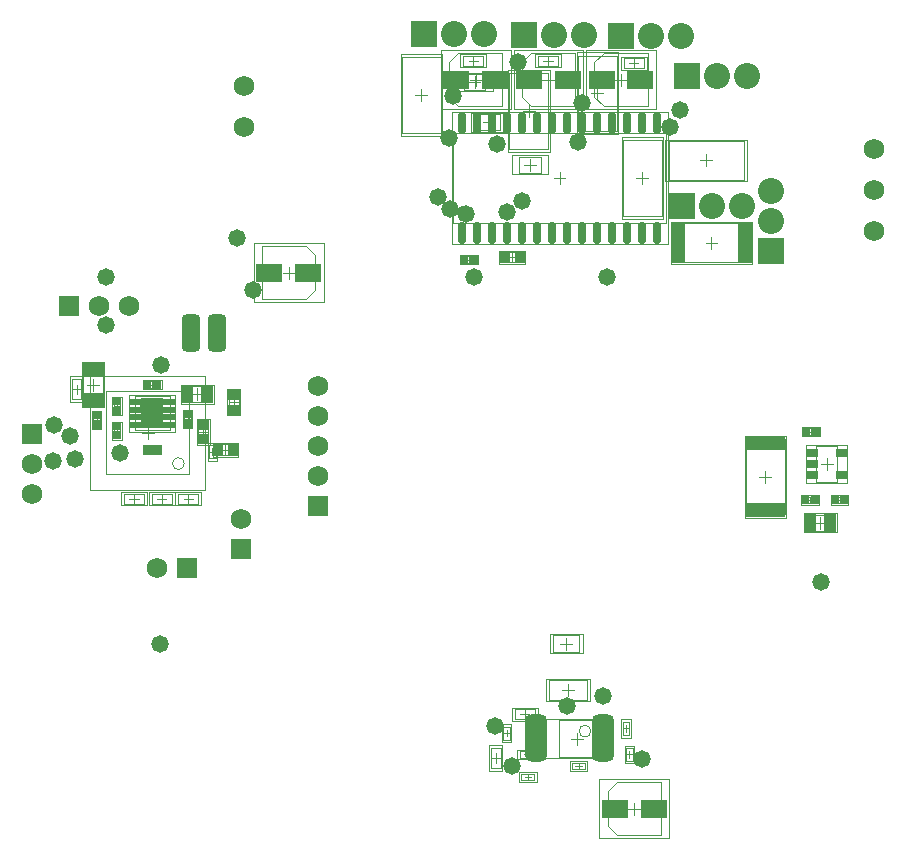
<source format=gts>
G04 Layer_Color=8388736*
%FSLAX43Y43*%
%MOMM*%
G71*
G01*
G75*
%ADD28C,0.100*%
%ADD29C,0.050*%
%ADD46R,1.853X2.603*%
%ADD47R,1.003X0.503*%
%ADD48R,0.653X0.703*%
%ADD49R,0.703X0.653*%
%ADD50R,0.903X1.053*%
%ADD51R,1.853X1.253*%
%ADD52R,0.743X0.723*%
%ADD53R,1.053X0.953*%
%ADD54R,1.103X1.553*%
G04:AMPARAMS|DCode=55|XSize=1.903mm|YSize=4.003mm|CornerRadius=0.527mm|HoleSize=0mm|Usage=FLASHONLY|Rotation=180.000|XOffset=0mm|YOffset=0mm|HoleType=Round|Shape=RoundedRectangle|*
%AMROUNDEDRECTD55*
21,1,1.903,2.950,0,0,180.0*
21,1,0.850,4.003,0,0,180.0*
1,1,1.053,-0.425,1.475*
1,1,1.053,0.425,1.475*
1,1,1.053,0.425,-1.475*
1,1,1.053,-0.425,-1.475*
%
%ADD55ROUNDEDRECTD55*%
%ADD56R,2.253X1.603*%
%ADD57R,0.953X1.053*%
%ADD58R,3.403X1.253*%
%ADD59R,1.253X3.403*%
G04:AMPARAMS|DCode=60|XSize=1.603mm|YSize=3.203mm|CornerRadius=0.452mm|HoleSize=0mm|Usage=FLASHONLY|Rotation=0.000|XOffset=0mm|YOffset=0mm|HoleType=Round|Shape=RoundedRectangle|*
%AMROUNDEDRECTD60*
21,1,1.603,2.300,0,0,0.0*
21,1,0.700,3.203,0,0,0.0*
1,1,0.903,0.350,-1.150*
1,1,0.903,-0.350,-1.150*
1,1,0.903,-0.350,1.150*
1,1,0.903,0.350,1.150*
%
%ADD60ROUNDEDRECTD60*%
%ADD61R,1.003X0.803*%
%ADD62O,0.753X1.903*%
%ADD63C,1.727*%
%ADD64R,1.727X1.727*%
%ADD65R,1.727X1.727*%
%ADD66C,2.203*%
%ADD67R,2.203X2.203*%
%ADD68R,2.203X2.203*%
%ADD69C,1.473*%
D28*
X77562Y120250D02*
G03*
X77562Y120250I-500J0D01*
G01*
X104438Y136754D02*
G03*
X104438Y136754I-500J0D01*
G01*
X80313Y115454D02*
G03*
X80313Y115454I-500J0D01*
G01*
X114738Y92804D02*
G03*
X114738Y92804I-500J0D01*
G01*
X76162Y118250D02*
X79062D01*
X76162Y121150D02*
X79062D01*
Y118250D02*
Y121150D01*
X76162Y118250D02*
Y121150D01*
X74325Y119777D02*
X74875D01*
X74325Y120877D02*
X74875D01*
Y119777D02*
Y120877D01*
X74325Y119777D02*
Y120877D01*
X72625Y118577D02*
X73175D01*
X72625Y119677D02*
X73175D01*
Y118577D02*
Y119677D01*
X72625Y118577D02*
Y119677D01*
X74325Y118777D02*
X74875D01*
X74325Y117677D02*
X74875D01*
X74325D02*
Y118777D01*
X74875Y117677D02*
Y118777D01*
X80325Y118677D02*
X80875D01*
Y119777D01*
X80325Y118677D02*
Y119777D01*
X80875D01*
X78150Y116352D02*
Y116902D01*
X77050D02*
X78150D01*
X77050Y116352D02*
X78150D01*
X77050D02*
Y116902D01*
X84650Y116152D02*
Y117102D01*
X82950D02*
X84650D01*
X82950Y116152D02*
X84650D01*
X82950D02*
Y117102D01*
X71750Y120527D02*
X73450D01*
X71750Y123727D02*
X73450D01*
X71750Y120527D02*
Y123727D01*
X73450Y120527D02*
Y123727D01*
X78150Y121852D02*
Y122402D01*
X77050Y121852D02*
Y122402D01*
Y121852D02*
X78150D01*
X77050Y122402D02*
X78150D01*
X81495Y118977D02*
X82305D01*
X81495Y117277D02*
X82305D01*
Y118977D01*
X81495Y117277D02*
Y118977D01*
X82500Y120627D02*
Y122027D01*
X80300Y120627D02*
X82500D01*
X80300D02*
Y122027D01*
X82500D01*
X84095Y119777D02*
X84905D01*
X84095Y121477D02*
X84905D01*
X84095Y119777D02*
Y121477D01*
X84905Y119777D02*
Y121477D01*
X133050Y109727D02*
X135250D01*
X133050Y111127D02*
X135250D01*
Y109727D02*
Y111127D01*
X133050Y109727D02*
Y111127D01*
X115813Y150204D02*
X119538D01*
Y145704D02*
Y150204D01*
X115813Y145704D02*
X119538D01*
X115038Y149429D02*
X115813Y150204D01*
X115038Y146479D02*
Y149429D01*
Y146479D02*
X115813Y145704D01*
X108888Y146479D02*
Y149429D01*
Y146479D02*
X109663Y145704D01*
X113388D01*
Y150204D01*
X109663D02*
X113388D01*
X108888Y149429D02*
X109663Y150204D01*
X103513D02*
X107238D01*
Y145704D02*
Y150204D01*
X103513Y145704D02*
X107238D01*
X102738Y149429D02*
X103513Y150204D01*
X102738Y146479D02*
Y149429D01*
Y146479D02*
X103513Y145704D01*
X90625Y129350D02*
X91400Y130125D01*
Y133075D01*
X86900Y129350D02*
X90625D01*
Y133850D02*
X91400Y133075D01*
X86900Y133850D02*
X90625D01*
X86900Y129350D02*
Y133850D01*
X108950Y132522D02*
Y133332D01*
X107250Y132522D02*
Y133332D01*
Y132522D02*
X108950D01*
X107250Y133332D02*
X108950D01*
X116150Y87702D02*
X116925Y88477D01*
X116150Y84752D02*
Y87702D01*
X116925Y88477D02*
X120650D01*
Y83977D02*
Y88477D01*
X116150Y84752D02*
X116925Y83977D01*
X120650D01*
X136338Y112079D02*
Y112629D01*
X135238D02*
X136338D01*
X135238Y112079D02*
X136338D01*
X135238D02*
Y112629D01*
X133938Y117879D02*
Y118429D01*
X132838D02*
X133938D01*
X132838Y117879D02*
X133938D01*
X132838D02*
Y118429D01*
X133838Y112079D02*
Y112629D01*
X132738D02*
X133838D01*
X132738Y112079D02*
X133838D01*
X132738D02*
Y112629D01*
X127850Y111147D02*
X131150D01*
Y117507D01*
X127850Y111147D02*
Y117507D01*
X131150D01*
X121770Y132477D02*
Y135777D01*
X128130Y132477D02*
Y135777D01*
X121770D02*
X128130D01*
X121770Y132477D02*
X128130D01*
X103850Y132452D02*
Y133002D01*
X104950Y132452D02*
Y133002D01*
X103850D02*
X104950D01*
X103850Y132452D02*
X104950D01*
X133838Y113904D02*
X135588D01*
Y116904D01*
X133838D02*
X135588D01*
X133838Y113904D02*
Y116904D01*
X121138Y135854D02*
Y143454D01*
X103038D02*
X121138D01*
X103038Y135854D02*
X121138D01*
X103038D02*
Y143454D01*
X127680Y139477D02*
Y142777D01*
X121320D02*
X127680D01*
X121320Y139477D02*
Y142777D01*
Y139477D02*
X127680D01*
X119213Y148949D02*
Y149759D01*
X117513Y148949D02*
X119213D01*
X117513Y149759D02*
X119213D01*
X117513Y148949D02*
Y149759D01*
X111938Y149149D02*
Y149959D01*
X110238Y149149D02*
X111938D01*
X110238Y149959D02*
X111938D01*
X110238Y149149D02*
Y149959D01*
X105638Y149149D02*
Y149959D01*
X103938Y149149D02*
X105638D01*
X103938Y149959D02*
X105638D01*
X103938Y149149D02*
Y149959D01*
X106295Y89677D02*
Y91377D01*
Y89677D02*
X107105D01*
X106295Y91377D02*
X107105D01*
Y89677D02*
Y91377D01*
X109860Y90552D02*
Y91102D01*
X108760Y90552D02*
Y91102D01*
X109860D01*
X108760Y90552D02*
X109860D01*
X70795Y120877D02*
Y122577D01*
Y120877D02*
X71605D01*
X70795Y122577D02*
X71605D01*
Y120877D02*
Y122577D01*
X81513Y112049D02*
Y112859D01*
X79813Y112049D02*
X81513D01*
X79813Y112859D02*
X81513D01*
X79813Y112049D02*
Y112859D01*
X117975Y92477D02*
Y93577D01*
X117425D02*
X117975D01*
X117425Y92477D02*
X117975D01*
X117425D02*
Y93577D01*
X76913Y112049D02*
Y112859D01*
X75213Y112049D02*
X76913D01*
X75213Y112859D02*
X76913D01*
X75213Y112049D02*
Y112859D01*
X79238Y112049D02*
Y112859D01*
X77538Y112049D02*
X79238D01*
X77538Y112859D02*
X79238D01*
X77538Y112049D02*
Y112859D01*
X108275Y93822D02*
Y94632D01*
X109975Y93822D02*
Y94632D01*
X108275D02*
X109975D01*
X108275Y93822D02*
X109975D01*
X113750Y99500D02*
Y100900D01*
X111550D02*
X113750D01*
X111550Y99500D02*
Y100900D01*
Y99500D02*
X113750D01*
X114400Y95450D02*
Y97150D01*
X111200D02*
X114400D01*
X111200Y95450D02*
Y97150D01*
Y95450D02*
X114400D01*
X103988Y148429D02*
X105788D01*
X103988Y147079D02*
X105788D01*
Y148429D01*
X103988Y147079D02*
Y148429D01*
X105213Y145029D02*
X107013D01*
Y143679D02*
Y145029D01*
X105213Y143679D02*
Y145029D01*
Y143679D02*
X107013D01*
X108688Y141429D02*
X110488D01*
Y140079D02*
Y141429D01*
X108688Y140079D02*
Y141429D01*
Y140079D02*
X110488D01*
X98738Y143474D02*
X102038D01*
X98738Y149834D02*
X102038D01*
Y143474D02*
Y149834D01*
X98738Y143474D02*
Y149834D01*
X107838Y148484D02*
X111138D01*
Y142124D02*
Y148484D01*
X107838Y142124D02*
Y148484D01*
Y142124D02*
X111138D01*
X113638Y149984D02*
X116938D01*
Y143624D02*
Y149984D01*
X113638Y143624D02*
Y149984D01*
Y143624D02*
X116938D01*
X117450Y136447D02*
X120750D01*
Y142807D01*
X117450Y136447D02*
Y142807D01*
X120750D01*
X82413Y117004D02*
X82963D01*
X82413Y115904D02*
X82963D01*
Y117004D01*
X82413Y115904D02*
Y117004D01*
X114250Y89552D02*
Y90102D01*
X113150Y89552D02*
X114250D01*
X113150Y90102D02*
X114250D01*
X113150Y89552D02*
Y90102D01*
X109950Y88652D02*
Y89202D01*
X108850Y88652D02*
X109950D01*
X108850Y89202D02*
X109950D01*
X108850Y88652D02*
Y89202D01*
X118275Y90277D02*
Y91377D01*
X117725D02*
X118275D01*
X117725Y90277D02*
X118275D01*
X117725D02*
Y91377D01*
X107875Y92077D02*
Y93177D01*
X107325D02*
X107875D01*
X107325Y92077D02*
X107875D01*
X107325D02*
Y93177D01*
X80713Y114554D02*
Y121554D01*
X73713D02*
X80713D01*
X73713Y114554D02*
X80713D01*
X73713D02*
Y121554D01*
X115138Y90604D02*
Y93704D01*
X112038D02*
X115138D01*
X112038Y90604D02*
X115138D01*
X112038D02*
Y93704D01*
X77612Y119200D02*
Y120200D01*
X77112Y119700D02*
X78112D01*
X74325Y120327D02*
X74875D01*
X74600Y120052D02*
Y120602D01*
X72625Y119127D02*
X73175D01*
X72900Y118852D02*
Y119402D01*
X74325Y118227D02*
X74875D01*
X74600Y117952D02*
Y118502D01*
X80325Y119227D02*
X80875D01*
X80600Y118952D02*
Y119502D01*
X77600Y116352D02*
Y116902D01*
X77325Y116627D02*
X77875D01*
X83800Y116152D02*
Y117102D01*
X83325Y116627D02*
X84275D01*
X72600Y121627D02*
Y122627D01*
X72100Y122127D02*
X73100D01*
X77600Y121852D02*
Y122402D01*
X77325Y122127D02*
X77875D01*
X81900Y117722D02*
Y118532D01*
X81495Y118127D02*
X82305D01*
X80900Y121327D02*
X81900D01*
X81400Y120827D02*
Y121827D01*
X84500Y120222D02*
Y121032D01*
X84095Y120627D02*
X84905D01*
X134150Y109927D02*
Y110927D01*
X133650Y110427D02*
X134650D01*
X117288Y147454D02*
Y148454D01*
X116788Y147954D02*
X117788D01*
X111138Y147454D02*
Y148454D01*
X110638Y147954D02*
X111638D01*
X104988Y147454D02*
Y148454D01*
X104488Y147954D02*
X105488D01*
X89150Y131100D02*
Y132100D01*
X88650Y131600D02*
X89650D01*
X107695Y132927D02*
X108505D01*
X108100Y132522D02*
Y133332D01*
X118400Y85727D02*
Y86727D01*
X117900Y86227D02*
X118900D01*
X135513Y112354D02*
X136063D01*
X135788Y112079D02*
Y112629D01*
X133113Y118154D02*
X133663D01*
X133388Y117879D02*
Y118429D01*
X133013Y112354D02*
X133563D01*
X133288Y112079D02*
Y112629D01*
X129000Y114327D02*
X130000D01*
X129500Y113827D02*
Y114827D01*
X124450Y134127D02*
X125450D01*
X124950Y133627D02*
Y134627D01*
X104400Y132452D02*
Y133002D01*
X104125Y132727D02*
X104675D01*
X134713Y114904D02*
Y115904D01*
X134213Y115404D02*
X135213D01*
X111588Y139654D02*
X112588D01*
X112088Y139154D02*
Y140154D01*
X124500Y140627D02*
Y141627D01*
X124000Y141127D02*
X125000D01*
X118363Y148949D02*
Y149759D01*
X117958Y149354D02*
X118768D01*
X111088Y149149D02*
Y149959D01*
X110683Y149554D02*
X111493D01*
X104788Y149149D02*
Y149959D01*
X104383Y149554D02*
X105193D01*
X106700Y90122D02*
Y90932D01*
X106295Y90527D02*
X107105D01*
X109310Y90552D02*
Y91102D01*
X109035Y90827D02*
X109585D01*
X71200Y121322D02*
Y122132D01*
X70795Y121727D02*
X71605D01*
X80663Y112049D02*
Y112859D01*
X80258Y112454D02*
X81068D01*
X117700Y92752D02*
Y93302D01*
X117425Y93027D02*
X117975D01*
X76063Y112049D02*
Y112859D01*
X75658Y112454D02*
X76468D01*
X78388Y112049D02*
Y112859D01*
X77983Y112454D02*
X78793D01*
X109125Y93822D02*
Y94632D01*
X108720Y94227D02*
X109530D01*
X112150Y100200D02*
X113150D01*
X112650Y99700D02*
Y100700D01*
X112300Y96300D02*
X113300D01*
X112800Y95800D02*
Y96800D01*
X104388Y147754D02*
X105388D01*
X104888Y147254D02*
Y148254D01*
X106113Y143854D02*
Y144854D01*
X105613Y144354D02*
X106613D01*
X109588Y140254D02*
Y141254D01*
X109088Y140754D02*
X110088D01*
X100388Y146154D02*
Y147154D01*
X99888Y146654D02*
X100888D01*
X109488Y144804D02*
Y145804D01*
X108988Y145304D02*
X109988D01*
X115288Y146304D02*
Y147304D01*
X114788Y146804D02*
X115788D01*
X118600Y139627D02*
X119600D01*
X119100Y139127D02*
Y140127D01*
X82413Y116454D02*
X82963D01*
X82688Y116179D02*
Y116729D01*
X113700Y89552D02*
Y90102D01*
X113425Y89827D02*
X113975D01*
X109400Y88652D02*
Y89202D01*
X109125Y88927D02*
X109675D01*
X118000Y90552D02*
Y91102D01*
X117725Y90827D02*
X118275D01*
X107600Y92352D02*
Y92902D01*
X107325Y92627D02*
X107875D01*
X77213Y117554D02*
Y118554D01*
X76713Y118054D02*
X77713D01*
X113088Y92154D02*
X114088D01*
X113588Y91654D02*
Y92654D01*
D29*
X75657Y118150D02*
X79567D01*
X75657Y121250D02*
X79567D01*
Y118150D02*
Y121250D01*
X75657Y118150D02*
Y121250D01*
X75000Y119577D02*
Y121077D01*
X74200Y119577D02*
X75000D01*
X74200Y121077D02*
X75000D01*
X74200Y119577D02*
Y121077D01*
X73300Y118377D02*
Y119877D01*
X72500Y118377D02*
X73300D01*
X72500Y119877D02*
X73300D01*
X72500Y118377D02*
Y119877D01*
X74200Y117477D02*
Y118977D01*
X75000D01*
X74200Y117477D02*
X75000D01*
Y118977D01*
X80200Y118477D02*
X81000D01*
X80200D02*
Y119977D01*
X81000Y118477D02*
Y119977D01*
X80200D02*
X81000D01*
X78350Y116227D02*
Y117027D01*
X76850Y116227D02*
X78350D01*
X76850Y117027D02*
X78350D01*
X76850Y116227D02*
Y117027D01*
X84850Y116027D02*
Y117227D01*
X82750Y116027D02*
X84850D01*
X82750Y117227D02*
X84850D01*
X82750Y116027D02*
Y117227D01*
X71650Y120227D02*
X73550D01*
X71650Y124027D02*
X73550D01*
X71650Y120227D02*
Y124027D01*
X73550Y120227D02*
Y124027D01*
X78400Y121727D02*
Y122527D01*
X76800Y121727D02*
X78400D01*
X76800Y122527D02*
X78400D01*
X76800Y121727D02*
Y122527D01*
X81350Y119227D02*
X82450D01*
X81350Y117027D02*
X82450D01*
Y119227D01*
X81350Y117027D02*
Y119227D01*
X82800Y120527D02*
Y122127D01*
X80000Y120527D02*
X82800D01*
X80000Y122127D02*
X82800D01*
X80000Y120527D02*
Y122127D01*
X83950Y119527D02*
X85050D01*
X83950Y121727D02*
X85050D01*
X83950Y119527D02*
Y121727D01*
X85050Y119527D02*
Y121727D01*
X132750Y109627D02*
X135550D01*
X132750Y111227D02*
X135550D01*
Y109627D02*
Y111227D01*
X132750Y109627D02*
Y111227D01*
X120238Y145454D02*
Y150454D01*
X114338D02*
X120238D01*
X114338Y145454D02*
X120238D01*
X114338D02*
Y150454D01*
X108188Y145454D02*
X114088D01*
X108188Y150454D02*
X114088D01*
Y145454D02*
Y150454D01*
X108188Y145454D02*
Y150454D01*
X107938Y145454D02*
Y150454D01*
X102038D02*
X107938D01*
X102038Y145454D02*
X107938D01*
X102038D02*
Y150454D01*
X86200Y129100D02*
X92100D01*
Y134100D01*
X86200Y129100D02*
Y134100D01*
X92100D01*
X109200Y132377D02*
Y133477D01*
X107000Y132377D02*
Y133477D01*
Y132377D02*
X109200D01*
X107000Y133477D02*
X109200D01*
X115450Y88727D02*
X121350D01*
X115450Y83727D02*
Y88727D01*
X121350Y83727D02*
Y88727D01*
X115450Y83727D02*
X121350D01*
X136538Y111954D02*
Y112754D01*
X135038D02*
X136538D01*
X135038Y111954D02*
X136538D01*
X135038D02*
Y112754D01*
X134138Y117754D02*
Y118554D01*
X132638D02*
X134138D01*
X132638Y117754D02*
X134138D01*
X132638D02*
Y118554D01*
X134038Y111954D02*
Y112754D01*
X132538D02*
X134038D01*
X132538Y111954D02*
X134038D01*
X132538D02*
Y112754D01*
X131250Y110877D02*
Y117777D01*
X127750D02*
X131250D01*
X127750Y110877D02*
X131250D01*
X127750D02*
Y117777D01*
X121500Y132377D02*
Y135877D01*
X128400Y132377D02*
Y135877D01*
X121500D02*
X128400D01*
X121500Y132377D02*
X128400D01*
X103650Y133127D02*
X105150D01*
X103650Y132327D02*
Y133127D01*
X105150Y132327D02*
Y133127D01*
X103650Y132327D02*
X105150D01*
X136463Y113804D02*
Y117004D01*
X132963D02*
X136463D01*
X132963Y113804D02*
X136463D01*
X132963D02*
Y117004D01*
X121238Y134079D02*
Y145229D01*
X102938D02*
X121238D01*
X102938Y134079D02*
X121238D01*
X102938D02*
Y145229D01*
X127950Y139377D02*
Y142877D01*
X121050D02*
X127950D01*
X121050Y139377D02*
X127950D01*
X121050D02*
Y142877D01*
X119463Y148804D02*
Y149904D01*
X117263D02*
X119463D01*
X117263Y148804D02*
X119463D01*
X117263D02*
Y149904D01*
X112188Y149004D02*
Y150104D01*
X109988D02*
X112188D01*
X109988Y149004D02*
X112188D01*
X109988D02*
Y150104D01*
X105888Y149004D02*
Y150104D01*
X103688D02*
X105888D01*
X103688Y149004D02*
X105888D01*
X103688D02*
Y150104D01*
X106150Y89427D02*
Y91627D01*
Y89427D02*
X107250D01*
X106150Y91627D02*
X107250D01*
Y89427D02*
Y91627D01*
X110110Y90427D02*
Y91227D01*
X108510D02*
X110110D01*
X108510Y90427D02*
X110110D01*
X108510D02*
Y91227D01*
X70650Y120627D02*
Y122827D01*
Y120627D02*
X71750D01*
X70650Y122827D02*
X71750D01*
Y120627D02*
Y122827D01*
X81763Y111904D02*
Y113004D01*
X79563D02*
X81763D01*
X79563Y111904D02*
X81763D01*
X79563D02*
Y113004D01*
X118100Y92227D02*
Y93827D01*
X117300D02*
X118100D01*
X117300Y92227D02*
X118100D01*
X117300D02*
Y93827D01*
X77163Y111904D02*
Y113004D01*
X74963D02*
X77163D01*
X74963Y111904D02*
X77163D01*
X74963D02*
Y113004D01*
X79488Y111904D02*
Y113004D01*
X77288D02*
X79488D01*
X77288Y111904D02*
X79488D01*
X77288D02*
Y113004D01*
X108025Y94777D02*
X110225D01*
X108025Y93677D02*
Y94777D01*
X110225Y93677D02*
Y94777D01*
X108025Y93677D02*
X110225D01*
X114050Y99400D02*
Y101000D01*
X111250D02*
X114050D01*
X111250Y99400D02*
X114050D01*
X111250D02*
Y101000D01*
X114700Y95350D02*
Y97250D01*
X110900D02*
X114700D01*
X110900Y95350D02*
X114700D01*
X110900D02*
Y97250D01*
X106438Y146954D02*
Y148554D01*
X103338D02*
X106438D01*
X103338Y146954D02*
X106438D01*
X103338D02*
Y148554D01*
X107663Y143554D02*
Y145154D01*
X104563D02*
X107663D01*
X104563Y143554D02*
X107663D01*
X104563D02*
Y145154D01*
X111138Y139954D02*
Y141554D01*
X108038D02*
X111138D01*
X108038Y139954D02*
X111138D01*
X108038D02*
Y141554D01*
X98638Y143204D02*
X102138D01*
X98638Y150104D02*
X102138D01*
Y143204D02*
Y150104D01*
X98638Y143204D02*
Y150104D01*
X111238Y141854D02*
Y148754D01*
X107738D02*
X111238D01*
X107738Y141854D02*
X111238D01*
X107738D02*
Y148754D01*
X117038Y143354D02*
Y150254D01*
X113538D02*
X117038D01*
X113538Y143354D02*
X117038D01*
X113538D02*
Y150254D01*
X120850Y136177D02*
Y143077D01*
X117350D02*
X120850D01*
X117350Y136177D02*
X120850D01*
X117350D02*
Y143077D01*
X83088Y115704D02*
Y117204D01*
X82288D02*
X83088D01*
X82288Y115704D02*
X83088D01*
X82288D02*
Y117204D01*
X114450Y89427D02*
Y90227D01*
X112950D02*
X114450D01*
X112950Y89427D02*
X114450D01*
X112950D02*
Y90227D01*
X110150Y88527D02*
Y89327D01*
X108650D02*
X110150D01*
X108650Y88527D02*
X110150D01*
X108650D02*
Y89327D01*
X118400Y90077D02*
Y91577D01*
X117600D02*
X118400D01*
X117600Y90077D02*
X118400D01*
X117600D02*
Y91577D01*
X108000Y91877D02*
Y93377D01*
X107200D02*
X108000D01*
X107200Y91877D02*
X108000D01*
X107200D02*
Y93377D01*
X82063Y113204D02*
Y122904D01*
X72363D02*
X82063D01*
X72363Y113204D02*
X82063D01*
X72363D02*
Y122904D01*
X116388Y90504D02*
Y93804D01*
X110788D02*
X116388D01*
X110788Y90504D02*
X116388D01*
X110788D02*
Y93804D01*
D46*
X77612Y119700D02*
D03*
D47*
X79057Y118725D02*
D03*
Y119375D02*
D03*
Y120025D02*
D03*
Y120675D02*
D03*
X76167Y118725D02*
D03*
Y119375D02*
D03*
Y120025D02*
D03*
Y120675D02*
D03*
D48*
X74600Y119927D02*
D03*
Y120727D02*
D03*
X72900Y118727D02*
D03*
Y119527D02*
D03*
X74600Y118627D02*
D03*
Y117827D02*
D03*
X80600Y118827D02*
D03*
Y119627D02*
D03*
D49*
X78000Y116627D02*
D03*
X77200D02*
D03*
X136188Y112354D02*
D03*
X135388D02*
D03*
X133788Y118154D02*
D03*
X132988D02*
D03*
X133688Y112354D02*
D03*
X132888D02*
D03*
X104000Y132727D02*
D03*
X104800D02*
D03*
D50*
X84400Y116627D02*
D03*
X83200D02*
D03*
D51*
X72600Y120852D02*
D03*
Y123402D02*
D03*
D52*
X78010Y122127D02*
D03*
X77190D02*
D03*
D53*
X81900Y118752D02*
D03*
Y117502D02*
D03*
X84500Y120002D02*
D03*
Y121252D02*
D03*
D54*
X82250Y121327D02*
D03*
X80550D02*
D03*
X135000Y110427D02*
D03*
X133300D02*
D03*
D55*
X115800Y92227D02*
D03*
X110100D02*
D03*
D56*
X118938Y147954D02*
D03*
X115638D02*
D03*
X112788Y147954D02*
D03*
X109488D02*
D03*
X106638Y147954D02*
D03*
X103338D02*
D03*
X90800Y131600D02*
D03*
X87500D02*
D03*
X116750Y86227D02*
D03*
X120050D02*
D03*
D57*
X108725Y132927D02*
D03*
X107475D02*
D03*
D58*
X129500Y117177D02*
D03*
Y111477D02*
D03*
D59*
X122100Y134127D02*
D03*
X127800D02*
D03*
D60*
X80900Y126500D02*
D03*
X83100D02*
D03*
D61*
X135988Y114454D02*
D03*
Y116354D02*
D03*
X133438Y115404D02*
D03*
Y116354D02*
D03*
Y114454D02*
D03*
D62*
X116533Y144304D02*
D03*
X117803D02*
D03*
X115263D02*
D03*
X120343D02*
D03*
X119073D02*
D03*
X112723D02*
D03*
X113993D02*
D03*
X110183D02*
D03*
X111453D02*
D03*
X120343Y135004D02*
D03*
X117803D02*
D03*
X119073D02*
D03*
X116533D02*
D03*
X111453D02*
D03*
X112723D02*
D03*
X110183D02*
D03*
X115263D02*
D03*
X113993D02*
D03*
X107643Y144304D02*
D03*
X108913D02*
D03*
X105103D02*
D03*
X106373D02*
D03*
X103833D02*
D03*
X106373Y135004D02*
D03*
X108913D02*
D03*
X107643D02*
D03*
X103833D02*
D03*
X105103D02*
D03*
D63*
X138700Y138600D02*
D03*
Y142100D02*
D03*
Y135100D02*
D03*
X85400Y143950D02*
D03*
Y147450D02*
D03*
X78030Y106600D02*
D03*
X85100Y110770D02*
D03*
X91600Y119440D02*
D03*
Y114360D02*
D03*
Y121980D02*
D03*
Y116900D02*
D03*
X67400Y115400D02*
D03*
Y112860D02*
D03*
X73100Y128800D02*
D03*
X75640D02*
D03*
D64*
X80570Y106600D02*
D03*
X70560Y128800D02*
D03*
D65*
X85100Y108230D02*
D03*
X91600Y111820D02*
D03*
X67400Y117940D02*
D03*
D66*
X130000Y138507D02*
D03*
Y135967D02*
D03*
X119788Y151654D02*
D03*
X122328D02*
D03*
X125400Y148227D02*
D03*
X127940D02*
D03*
X111648Y151754D02*
D03*
X114188D02*
D03*
X125000Y137227D02*
D03*
X127540D02*
D03*
X103188Y151854D02*
D03*
X105728D02*
D03*
D67*
X130000Y133427D02*
D03*
D68*
X117248Y151654D02*
D03*
X122860Y148227D02*
D03*
X109108Y151754D02*
D03*
X122460Y137227D02*
D03*
X100648Y151854D02*
D03*
D69*
X113614Y142697D02*
D03*
X108534Y149454D02*
D03*
X103073Y146533D02*
D03*
X113993Y145974D02*
D03*
X106756Y142545D02*
D03*
X119024Y90427D02*
D03*
X122301Y145415D02*
D03*
X78308Y123825D02*
D03*
X115800Y95783D02*
D03*
X101803Y138024D02*
D03*
X69190Y115696D02*
D03*
X108026Y89865D02*
D03*
X84760Y134518D02*
D03*
X104191Y136550D02*
D03*
X78232Y100178D02*
D03*
X106655Y93193D02*
D03*
X112751Y94894D02*
D03*
X134187Y105385D02*
D03*
X116076Y131216D02*
D03*
X104800D02*
D03*
X121412Y143916D02*
D03*
X102758Y143053D02*
D03*
X71069Y115824D02*
D03*
X108915Y137668D02*
D03*
X86157Y130150D02*
D03*
X74879Y116383D02*
D03*
X102845Y137031D02*
D03*
X70663Y117805D02*
D03*
X69240Y118694D02*
D03*
X73711Y127203D02*
D03*
Y131267D02*
D03*
X107645Y136779D02*
D03*
M02*

</source>
